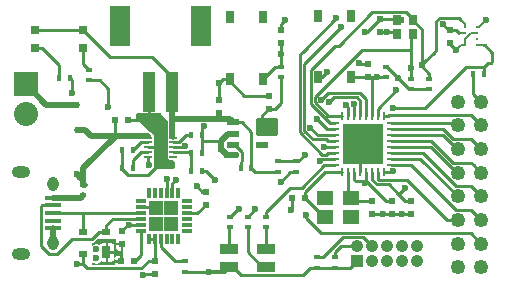
<source format=gbr>
G04 #@! TF.FileFunction,Copper,L1,Top,Signal*
%FSLAX46Y46*%
G04 Gerber Fmt 4.6, Leading zero omitted, Abs format (unit mm)*
G04 Created by KiCad (PCBNEW 0.201512021501+6340~38~ubuntu15.10.1-stable) date Sun 06 Dec 2015 12:21:56 AM EST*
%MOMM*%
G01*
G04 APERTURE LIST*
%ADD10C,0.100000*%
%ADD11R,1.500000X0.900000*%
%ADD12R,0.250000X0.700000*%
%ADD13R,0.700000X0.250000*%
%ADD14R,1.725000X1.725000*%
%ADD15R,0.500000X0.600000*%
%ADD16C,1.250000*%
%ADD17R,0.400000X0.600000*%
%ADD18R,0.700000X0.230000*%
%ADD19R,0.900000X1.500000*%
%ADD20R,0.600000X0.500000*%
%ADD21R,0.450000X0.590000*%
%ADD22R,0.797560X0.797560*%
%ADD23R,1.000000X0.600000*%
%ADD24R,0.700000X1.000000*%
%ADD25R,0.700000X0.600000*%
%ADD26R,0.850000X0.300000*%
%ADD27R,0.300000X0.850000*%
%ADD28R,1.300000X1.300000*%
%ADD29C,0.263000*%
%ADD30R,1.050000X1.050000*%
%ADD31C,1.050000*%
%ADD32R,0.600000X0.400000*%
%ADD33R,0.700000X0.850000*%
%ADD34R,0.950000X0.550000*%
%ADD35R,2.032000X2.032000*%
%ADD36O,2.032000X2.032000*%
%ADD37R,1.000000X3.500000*%
%ADD38R,1.700000X3.400000*%
%ADD39R,1.350000X0.400000*%
%ADD40O,0.950000X1.250000*%
%ADD41O,1.550000X1.000000*%
%ADD42R,0.650000X1.050000*%
%ADD43R,1.400000X1.200000*%
%ADD44C,0.600000*%
%ADD45C,0.500000*%
%ADD46C,0.250000*%
%ADD47C,0.152400*%
%ADD48C,0.350000*%
%ADD49C,0.254000*%
%ADD50C,0.125000*%
G04 APERTURE END LIST*
D10*
D11*
X146024000Y-108597000D03*
X146024000Y-110097000D03*
X149124000Y-110097000D03*
X149124000Y-108597000D03*
D12*
X159103000Y-97295000D03*
X158603000Y-97295000D03*
X158103000Y-97295000D03*
X157603000Y-97295000D03*
X157103000Y-97295000D03*
X156603000Y-97295000D03*
X156103000Y-97295000D03*
X155603000Y-97295000D03*
D13*
X154953000Y-97945000D03*
X154953000Y-98445000D03*
X154953000Y-98945000D03*
X154953000Y-99445000D03*
X154953000Y-99945000D03*
X154953000Y-100445000D03*
X154953000Y-100945000D03*
X154953000Y-101445000D03*
D12*
X155603000Y-102095000D03*
X156103000Y-102095000D03*
X156603000Y-102095000D03*
X157103000Y-102095000D03*
X157603000Y-102095000D03*
X158103000Y-102095000D03*
X158603000Y-102095000D03*
X159103000Y-102095000D03*
D13*
X159753000Y-101445000D03*
X159753000Y-100945000D03*
X159753000Y-100445000D03*
X159753000Y-99945000D03*
X159753000Y-99445000D03*
X159753000Y-98945000D03*
X159753000Y-98445000D03*
X159753000Y-97945000D03*
D14*
X156490500Y-100557500D03*
X158215500Y-100557500D03*
X156490500Y-98832500D03*
X158215500Y-98832500D03*
D15*
X158115000Y-105579000D03*
X158115000Y-104479000D03*
D16*
X167354000Y-110108000D03*
X165354000Y-110108000D03*
X167354000Y-108108000D03*
X165354000Y-108108000D03*
X167354000Y-106108000D03*
X165354000Y-106108000D03*
X167354000Y-104108000D03*
X165354000Y-104108000D03*
X167354000Y-102108000D03*
X165354000Y-102108000D03*
X167354000Y-100108000D03*
X165354000Y-100108000D03*
X167354000Y-98108000D03*
X165354000Y-98108000D03*
X167354000Y-96108000D03*
X165354000Y-96108000D03*
D15*
X159766000Y-104479000D03*
X159766000Y-105579000D03*
D17*
X167582000Y-93726000D03*
X166682000Y-93726000D03*
X131630000Y-94107000D03*
X132530000Y-94107000D03*
D18*
X139158000Y-99149000D03*
X139158000Y-99549000D03*
X139158000Y-99949000D03*
X139158000Y-100349000D03*
X139158000Y-100749000D03*
X141258000Y-100749000D03*
X141258000Y-100349000D03*
X141258000Y-99949000D03*
X141258000Y-99549000D03*
X141258000Y-99149000D03*
D19*
X140208000Y-99949000D03*
D20*
X136356000Y-97663000D03*
X137456000Y-97663000D03*
D15*
X145161000Y-97070000D03*
X145161000Y-95970000D03*
X149352000Y-96689000D03*
X149352000Y-95589000D03*
X139700000Y-109559000D03*
X139700000Y-110659000D03*
X136906000Y-107019000D03*
X136906000Y-108119000D03*
D20*
X136864000Y-109601000D03*
X137964000Y-109601000D03*
D15*
X158750000Y-89112000D03*
X158750000Y-90212000D03*
X164719000Y-90001000D03*
X164719000Y-91101000D03*
X161417000Y-104479000D03*
X161417000Y-105579000D03*
D20*
X151342000Y-104267000D03*
X152442000Y-104267000D03*
D15*
X150368000Y-91101000D03*
X150368000Y-90001000D03*
D21*
X133096000Y-98464000D03*
X133096000Y-96354000D03*
D22*
X129540000Y-90043000D03*
X129540000Y-91541600D03*
X133604000Y-90043000D03*
X133604000Y-91541600D03*
D23*
X146374000Y-97856000D03*
X146374000Y-98806000D03*
X146374000Y-99756000D03*
X148774000Y-99756000D03*
X148774000Y-97856000D03*
D24*
X135620000Y-108827000D03*
D25*
X135620000Y-107127000D03*
X133620000Y-107127000D03*
X133620000Y-109027000D03*
D26*
X138512000Y-104541000D03*
X138512000Y-105041000D03*
X138512000Y-105541000D03*
X138512000Y-106041000D03*
X138512000Y-106541000D03*
X138512000Y-107041000D03*
D27*
X139212000Y-107741000D03*
X139712000Y-107741000D03*
X140212000Y-107741000D03*
X140712000Y-107741000D03*
X141212000Y-107741000D03*
X141712000Y-107741000D03*
D26*
X142412000Y-107041000D03*
X142412000Y-106541000D03*
X142412000Y-106041000D03*
X142412000Y-105541000D03*
X142412000Y-105041000D03*
X142412000Y-104541000D03*
D27*
X141712000Y-103841000D03*
X141212000Y-103841000D03*
X140712000Y-103841000D03*
X140212000Y-103841000D03*
X139712000Y-103841000D03*
X139212000Y-103841000D03*
D28*
X141112000Y-106441000D03*
X141112000Y-105141000D03*
X139812000Y-106441000D03*
X139812000Y-105141000D03*
D29*
X165997000Y-89797000D03*
X166997000Y-89797000D03*
X165997000Y-90297000D03*
X166997000Y-90297000D03*
X165997000Y-90797000D03*
X166997000Y-90797000D03*
X165997000Y-91297000D03*
X166997000Y-91297000D03*
D30*
X156845000Y-109601000D03*
D31*
X158115000Y-109601000D03*
X159385000Y-109601000D03*
X160655000Y-109601000D03*
X161925000Y-109601000D03*
X158115000Y-108331000D03*
X159385000Y-108331000D03*
X160655000Y-108331000D03*
X161925000Y-108331000D03*
X156845000Y-108331000D03*
D17*
X137864000Y-100203000D03*
X136964000Y-100203000D03*
X137864000Y-101727000D03*
X136964000Y-101727000D03*
X142806000Y-100457000D03*
X143706000Y-100457000D03*
X143706000Y-98933000D03*
X142806000Y-98933000D03*
X143706000Y-101981000D03*
X142806000Y-101981000D03*
D32*
X134112000Y-93403000D03*
X134112000Y-94303000D03*
D17*
X146997000Y-101727000D03*
X147897000Y-101727000D03*
D32*
X142240000Y-110501000D03*
X142240000Y-109601000D03*
X146050000Y-105849000D03*
X146050000Y-106749000D03*
X149098000Y-105849000D03*
X149098000Y-106749000D03*
X147574000Y-105849000D03*
X147574000Y-106749000D03*
X150114000Y-102050000D03*
X150114000Y-101150000D03*
X151638000Y-101150000D03*
X151638000Y-102050000D03*
X154940000Y-110178000D03*
X154940000Y-109278000D03*
X153416000Y-110178000D03*
X153416000Y-109278000D03*
X159258000Y-93149000D03*
X159258000Y-94049000D03*
X162941000Y-95065000D03*
X162941000Y-94165000D03*
X161417000Y-95065000D03*
X161417000Y-94165000D03*
X150368000Y-94049000D03*
X150368000Y-93149000D03*
D33*
X160234000Y-89189000D03*
D34*
X160359000Y-89189000D03*
D33*
X160234000Y-90389000D03*
X161584000Y-90389000D03*
X161584000Y-89189000D03*
D32*
X133662000Y-103113000D03*
X133662000Y-104013000D03*
D35*
X128778000Y-94615000D03*
D36*
X128778000Y-97155000D03*
D37*
X141192000Y-95261000D03*
X139192000Y-95261000D03*
D38*
X143642000Y-89711000D03*
X136742000Y-89711000D03*
D39*
X131102540Y-104236100D03*
X131102540Y-104886100D03*
X131102540Y-105536100D03*
X131102540Y-106186100D03*
X131102540Y-106836100D03*
D40*
X131102540Y-103036100D03*
X131102540Y-108036100D03*
D41*
X128402540Y-102036100D03*
X128402540Y-109036100D03*
D15*
X144018000Y-104817000D03*
X144018000Y-103717000D03*
D42*
X148847000Y-88967000D03*
X148847000Y-94167000D03*
X146047000Y-88967000D03*
X146047000Y-94167000D03*
X156340000Y-88840000D03*
X156340000Y-94040000D03*
X153540000Y-88840000D03*
X153540000Y-94040000D03*
D43*
X154094000Y-105829000D03*
X156294000Y-105829000D03*
X154094000Y-104229000D03*
X156294000Y-104229000D03*
D15*
X157734000Y-94022000D03*
X157734000Y-92922000D03*
D44*
X134747000Y-108585000D03*
X134747000Y-109347000D03*
X133096000Y-102235000D03*
X133096000Y-109855000D03*
X165227000Y-91694000D03*
X160655000Y-105579000D03*
X159004000Y-105579000D03*
X156319990Y-100058990D03*
X158640010Y-100460904D03*
X158640010Y-98832500D03*
X156319990Y-98832500D03*
X150368000Y-102870000D03*
X151257000Y-105283000D03*
X138684000Y-110744000D03*
X150749000Y-89154000D03*
X154305000Y-93599000D03*
X156972000Y-92837000D03*
X159385000Y-90212000D03*
X143891000Y-98186010D03*
X146558000Y-100584000D03*
X145796000Y-100584000D03*
X145288000Y-100076000D03*
X145161000Y-94478000D03*
X138430000Y-97536000D03*
X139192000Y-97536000D03*
X140081000Y-101346000D03*
X140843000Y-101346000D03*
X141112000Y-106441000D03*
X139812000Y-106441000D03*
X139812000Y-105141000D03*
X141112000Y-105141000D03*
X143256000Y-103251000D03*
X148717000Y-98552000D03*
X149479000Y-98552000D03*
X149733000Y-97917000D03*
X144780000Y-102743000D03*
X160316000Y-94107000D03*
X157480000Y-102997000D03*
X144272000Y-110490000D03*
X137541000Y-106566010D03*
X157480000Y-90170000D03*
X155448000Y-89789000D03*
X164084000Y-89535000D03*
X155067000Y-89027000D03*
X150368000Y-92075000D03*
X160147000Y-95123000D03*
X159893000Y-96647000D03*
X154051000Y-99949000D03*
X167767000Y-89154000D03*
X161417000Y-93218000D03*
X146812000Y-105156000D03*
X154457459Y-96147940D03*
X148209000Y-105156000D03*
X152884257Y-98298000D03*
X155904592Y-96403281D03*
X156591000Y-96266000D03*
X158496000Y-93980000D03*
X162306000Y-92964000D03*
X153797000Y-95915999D03*
X141478000Y-102743000D03*
X140716000Y-102616000D03*
X159893000Y-101981000D03*
X153409267Y-97542733D03*
X153670000Y-101109010D03*
X152527000Y-105664000D03*
X132715000Y-95377000D03*
X139192000Y-101473000D03*
X142240000Y-99822000D03*
X135763000Y-96520000D03*
X160909000Y-103378000D03*
X152400000Y-100584000D03*
D45*
X133662000Y-102413000D02*
X133662000Y-101719999D01*
X133662000Y-101719999D02*
X136398000Y-98983999D01*
X134340999Y-98983999D02*
X136398000Y-98983999D01*
D46*
X136356000Y-98941999D02*
X136398000Y-98983999D01*
D45*
X136398000Y-98983999D02*
X137091001Y-98983999D01*
D46*
X136356000Y-97663000D02*
X136356000Y-98941999D01*
D45*
X133662000Y-102413000D02*
X133540001Y-102534999D01*
X133395999Y-102534999D02*
X133096000Y-102235000D01*
X133540001Y-102534999D02*
X133395999Y-102534999D01*
X133096000Y-98464000D02*
X133821000Y-98464000D01*
X133821000Y-98464000D02*
X134340999Y-98983999D01*
X133662000Y-103113000D02*
X133662000Y-102413000D01*
X137091001Y-98983999D02*
X138447999Y-98983999D01*
X138447999Y-98983999D02*
X139158000Y-98983999D01*
D46*
X139113999Y-99108999D02*
X139158000Y-99108999D01*
D45*
X133662000Y-103113000D02*
X133762000Y-103113000D01*
D46*
X139700000Y-109559000D02*
X139700000Y-107753000D01*
X139700000Y-107753000D02*
X139712000Y-107741000D01*
X133620000Y-109839000D02*
X133957001Y-110176001D01*
X133957001Y-110176001D02*
X138582999Y-110176001D01*
X139200000Y-109559000D02*
X139700000Y-109559000D01*
X138582999Y-110176001D02*
X139200000Y-109559000D01*
X139212000Y-107741000D02*
X139712000Y-107741000D01*
X133604000Y-109855000D02*
X133096000Y-109855000D01*
X133620000Y-109027000D02*
X133620000Y-109839000D01*
X133620000Y-109839000D02*
X133604000Y-109855000D01*
D47*
X165997000Y-91297000D02*
X165624000Y-91297000D01*
X165624000Y-91297000D02*
X165227000Y-91694000D01*
X165997000Y-90797000D02*
X165997000Y-91297000D01*
X166997000Y-90297000D02*
X166497000Y-90297000D01*
X166497000Y-90297000D02*
X165997000Y-90797000D01*
D46*
X164719000Y-91101000D02*
X164719000Y-91186000D01*
X164719000Y-91186000D02*
X165227000Y-91694000D01*
X160655000Y-105579000D02*
X159766000Y-105579000D01*
X161417000Y-105579000D02*
X160655000Y-105579000D01*
X159004000Y-105579000D02*
X159766000Y-105579000D01*
X158115000Y-105579000D02*
X159004000Y-105579000D01*
X156490500Y-100557500D02*
X156490500Y-100229500D01*
X156490500Y-100229500D02*
X156319990Y-100058990D01*
X157103000Y-101170000D02*
X156490500Y-100557500D01*
X158543414Y-100557500D02*
X158640010Y-100460904D01*
X158215500Y-98832500D02*
X158640010Y-98832500D01*
X156490500Y-98832500D02*
X156319990Y-98832500D01*
X158215500Y-100557500D02*
X158543414Y-100557500D01*
X151638000Y-102050000D02*
X151188000Y-102050000D01*
X151188000Y-102050000D02*
X150368000Y-102870000D01*
X151342000Y-104267000D02*
X151342000Y-105198000D01*
X151342000Y-105198000D02*
X151257000Y-105283000D01*
X139700000Y-110659000D02*
X138769000Y-110659000D01*
X138769000Y-110659000D02*
X138684000Y-110744000D01*
D45*
X131102540Y-106836100D02*
X131102540Y-108036100D01*
D46*
X136964000Y-101727000D02*
X136964000Y-101827000D01*
X136964000Y-101827000D02*
X137414000Y-102277000D01*
X137414000Y-102277000D02*
X139150000Y-102277000D01*
X139150000Y-102277000D02*
X139781001Y-101645999D01*
X139781001Y-101645999D02*
X140081000Y-101346000D01*
X136964000Y-100203000D02*
X136964000Y-101727000D01*
X139158000Y-99949000D02*
X140208000Y-99949000D01*
X150368000Y-90001000D02*
X150368000Y-89535000D01*
X150368000Y-89535000D02*
X150749000Y-89154000D01*
X153540000Y-94040000D02*
X153864000Y-94040000D01*
X153864000Y-94040000D02*
X154305000Y-93599000D01*
X157734000Y-92922000D02*
X157057000Y-92922000D01*
X157057000Y-92922000D02*
X156972000Y-92837000D01*
X159385000Y-90212000D02*
X160057000Y-90212000D01*
X158750000Y-90212000D02*
X159385000Y-90212000D01*
X160057000Y-90212000D02*
X160234000Y-90389000D01*
X143706000Y-98933000D02*
X143706000Y-98371010D01*
X143706000Y-98371010D02*
X143891000Y-98186010D01*
X143706000Y-98933000D02*
X143706000Y-99441000D01*
X143706000Y-99441000D02*
X143706000Y-100457000D01*
X145288000Y-99411998D02*
X145258998Y-99441000D01*
X145258998Y-99441000D02*
X143706000Y-99441000D01*
D45*
X145796000Y-100584000D02*
X146558000Y-100584000D01*
X145288000Y-100076000D02*
X145796000Y-100584000D01*
X146374000Y-98806000D02*
X145893998Y-98806000D01*
X145893998Y-98806000D02*
X145288000Y-99411998D01*
X145288000Y-99411998D02*
X145288000Y-100076000D01*
D46*
X149352000Y-95589000D02*
X147269000Y-95589000D01*
X147269000Y-95589000D02*
X146047000Y-94367000D01*
X146047000Y-94367000D02*
X146047000Y-94167000D01*
X145161000Y-95970000D02*
X145161000Y-94478000D01*
X145161000Y-94478000D02*
X145472000Y-94167000D01*
X145472000Y-94167000D02*
X146047000Y-94167000D01*
X137456000Y-97663000D02*
X138303000Y-97663000D01*
X138303000Y-97663000D02*
X138430000Y-97536000D01*
X139192000Y-95261000D02*
X139192000Y-97536000D01*
X139192000Y-97536000D02*
X138430000Y-97536000D01*
X140208000Y-99949000D02*
X140208000Y-98552000D01*
X140208000Y-98552000D02*
X139192000Y-97536000D01*
X140843000Y-101346000D02*
X140081000Y-101346000D01*
X140208000Y-99949000D02*
X140208000Y-100711000D01*
X140208000Y-100711000D02*
X140843000Y-101346000D01*
X144018000Y-103717000D02*
X143722000Y-103717000D01*
X143722000Y-103717000D02*
X143256000Y-103251000D01*
X138512000Y-105041000D02*
X139712000Y-105041000D01*
X139712000Y-105041000D02*
X139812000Y-105141000D01*
X157103000Y-102095000D02*
X157103000Y-101170000D01*
D45*
X141192000Y-97536000D02*
X145161000Y-97536000D01*
X145161000Y-97536000D02*
X146054000Y-97536000D01*
X145161000Y-97070000D02*
X145161000Y-97536000D01*
X146054000Y-97536000D02*
X146374000Y-97856000D01*
D46*
X147897000Y-101727000D02*
X147897000Y-98629000D01*
X147897000Y-98629000D02*
X147124000Y-97856000D01*
X147124000Y-97856000D02*
X146374000Y-97856000D01*
X150114000Y-102050000D02*
X148220000Y-102050000D01*
X148220000Y-102050000D02*
X147897000Y-101727000D01*
D45*
X141192000Y-95261000D02*
X141192000Y-97536000D01*
X141192000Y-97536000D02*
X141192000Y-99017999D01*
D46*
X141192000Y-99017999D02*
X141192000Y-99083000D01*
X141192000Y-99083000D02*
X141258000Y-99149000D01*
X133604000Y-90043000D02*
X135890000Y-92329000D01*
X135890000Y-92329000D02*
X139510000Y-92329000D01*
X139510000Y-92329000D02*
X141192000Y-94011000D01*
X141192000Y-94011000D02*
X141192000Y-95261000D01*
X129540000Y-90043000D02*
X133604000Y-90043000D01*
X149479000Y-98552000D02*
X148717000Y-98552000D01*
X149733000Y-97917000D02*
X149733000Y-98298000D01*
X149733000Y-98298000D02*
X149479000Y-98552000D01*
X148774000Y-97856000D02*
X149672000Y-97856000D01*
X149672000Y-97856000D02*
X149733000Y-97917000D01*
X143706000Y-101981000D02*
X144018000Y-101981000D01*
X144018000Y-101981000D02*
X144780000Y-102743000D01*
X150368000Y-94049000D02*
X150368000Y-96173000D01*
X150368000Y-96173000D02*
X149852000Y-96689000D01*
X149852000Y-96689000D02*
X149352000Y-96689000D01*
X160316000Y-94107000D02*
X161274000Y-95065000D01*
X159358000Y-93149000D02*
X160316000Y-94107000D01*
X161417000Y-95065000D02*
X162941000Y-95065000D01*
X159258000Y-93149000D02*
X159358000Y-93149000D01*
X161274000Y-95065000D02*
X161417000Y-95065000D01*
X166682000Y-93726000D02*
X166682000Y-95436000D01*
X166682000Y-95436000D02*
X167354000Y-96108000D01*
X157353000Y-102816000D02*
X156724000Y-102816000D01*
X157603000Y-102816000D02*
X157353000Y-102816000D01*
X157353000Y-102816000D02*
X157353000Y-102870000D01*
X157353000Y-102870000D02*
X157480000Y-102997000D01*
X148774000Y-97856000D02*
X148774000Y-97267000D01*
X148774000Y-97267000D02*
X149352000Y-96689000D01*
D48*
X144272000Y-110490000D02*
X145631000Y-110490000D01*
X145631000Y-110490000D02*
X146024000Y-110097000D01*
D46*
X142790000Y-110501000D02*
X144261000Y-110501000D01*
X144261000Y-110501000D02*
X144272000Y-110490000D01*
X142240000Y-110501000D02*
X142790000Y-110501000D01*
X142790000Y-110501000D02*
X142801000Y-110490000D01*
X137541000Y-106541000D02*
X137384000Y-106541000D01*
X138512000Y-106541000D02*
X137541000Y-106541000D01*
X137541000Y-106541000D02*
X137541000Y-106566010D01*
X137384000Y-106541000D02*
X136906000Y-107019000D01*
X146024000Y-110097000D02*
X146324000Y-110097000D01*
X146324000Y-110097000D02*
X146999001Y-110772001D01*
X146999001Y-110772001D02*
X152271999Y-110772001D01*
X152271999Y-110772001D02*
X152866000Y-110178000D01*
X152866000Y-110178000D02*
X153416000Y-110178000D01*
X154940000Y-110178000D02*
X156268000Y-110178000D01*
X156268000Y-110178000D02*
X156845000Y-109601000D01*
X153416000Y-110178000D02*
X154940000Y-110178000D01*
X156724000Y-102816000D02*
X156603000Y-102695000D01*
X156603000Y-102695000D02*
X156603000Y-102095000D01*
X159766000Y-104479000D02*
X159266000Y-104479000D01*
X159266000Y-104479000D02*
X157603000Y-102816000D01*
X157603000Y-102816000D02*
X157603000Y-102695000D01*
X157603000Y-102695000D02*
X157603000Y-102095000D01*
X154953000Y-99445000D02*
X154353000Y-99445000D01*
X154353000Y-99445000D02*
X154203010Y-99295010D01*
X154203010Y-99295010D02*
X153104265Y-99295010D01*
X153104265Y-99295010D02*
X152359256Y-98550001D01*
X152359256Y-98550001D02*
X152359256Y-92877744D01*
X152359256Y-92877744D02*
X155148001Y-90088999D01*
X155148001Y-90088999D02*
X155448000Y-89789000D01*
X157480000Y-90170000D02*
X157692000Y-90170000D01*
X157692000Y-90170000D02*
X158750000Y-89112000D01*
X152571979Y-92665021D02*
X155448000Y-89789000D01*
X158750000Y-89112000D02*
X160282000Y-89112000D01*
X160282000Y-89112000D02*
X160359000Y-89189000D01*
D47*
X165997000Y-90297000D02*
X165515000Y-90297000D01*
X165515000Y-90297000D02*
X165481000Y-90263000D01*
D46*
X164719000Y-90001000D02*
X165219000Y-90001000D01*
X165219000Y-90001000D02*
X165481000Y-90263000D01*
X154953000Y-100445000D02*
X154353000Y-100445000D01*
X152009246Y-98694979D02*
X152009246Y-92084754D01*
X154353000Y-100445000D02*
X154203001Y-100594999D01*
X154203001Y-100594999D02*
X153909266Y-100594999D01*
X152009246Y-92084754D02*
X152221969Y-91872031D01*
X153909266Y-100594999D02*
X152009246Y-98694979D01*
X164719000Y-90001000D02*
X164550000Y-90001000D01*
X164550000Y-90001000D02*
X164084000Y-89535000D01*
X152221969Y-91872031D02*
X155067000Y-89027000D01*
X150368000Y-93149000D02*
X149865000Y-93149000D01*
X149865000Y-93149000D02*
X148847000Y-94167000D01*
X150368000Y-92075000D02*
X150368000Y-93149000D01*
X150368000Y-92075000D02*
X150368000Y-91101000D01*
X158603000Y-97295000D02*
X158603000Y-96695000D01*
X158603000Y-96695000D02*
X160147000Y-95151000D01*
X160147000Y-95151000D02*
X160147000Y-95123000D01*
D45*
X133096000Y-96354000D02*
X130517000Y-96354000D01*
X130517000Y-96354000D02*
X128778000Y-94615000D01*
D47*
X167513000Y-91313000D02*
X167497000Y-91297000D01*
X167497000Y-91297000D02*
X166997000Y-91297000D01*
D46*
X159893000Y-96647000D02*
X162560000Y-96647000D01*
X166031000Y-93176000D02*
X167582000Y-93176000D01*
X162560000Y-96647000D02*
X166031000Y-93176000D01*
X154953000Y-99945000D02*
X154055000Y-99945000D01*
X154055000Y-99945000D02*
X154051000Y-99949000D01*
X167640000Y-91313000D02*
X167513000Y-91313000D01*
X168275000Y-91948000D02*
X167640000Y-91313000D01*
X168275000Y-92710000D02*
X168275000Y-91948000D01*
X168148000Y-92837000D02*
X168275000Y-92710000D01*
X167921000Y-92837000D02*
X168148000Y-92837000D01*
X167582000Y-93726000D02*
X167582000Y-93176000D01*
X167582000Y-93176000D02*
X167921000Y-92837000D01*
D47*
X166997000Y-89797000D02*
X167124000Y-89797000D01*
X167124000Y-89797000D02*
X167767000Y-89154000D01*
D46*
X161417000Y-94165000D02*
X161417000Y-92837000D01*
X161417000Y-92837000D02*
X161417000Y-91694000D01*
X161417000Y-91694000D02*
X161417000Y-90556000D01*
X155603000Y-97295000D02*
X154398999Y-97295000D01*
X154398999Y-97295000D02*
X153271999Y-96168000D01*
X153271999Y-96168000D02*
X153271999Y-95663998D01*
X153271999Y-95663998D02*
X157241997Y-91694000D01*
X157241997Y-91694000D02*
X161417000Y-91694000D01*
X161417000Y-90556000D02*
X161584000Y-90389000D01*
X146812000Y-105156000D02*
X146743000Y-105156000D01*
X146743000Y-105156000D02*
X146050000Y-105849000D01*
X157103000Y-97295000D02*
X157103000Y-96695000D01*
X157103000Y-96695000D02*
X157116001Y-96681999D01*
X157116001Y-96681999D02*
X157116001Y-96013999D01*
X157116001Y-96013999D02*
X156843001Y-95740999D01*
X156843001Y-95740999D02*
X154864400Y-95740999D01*
X154864400Y-95740999D02*
X154457459Y-96147940D01*
X154953000Y-101445000D02*
X154079000Y-101445000D01*
X154079000Y-101445000D02*
X152146000Y-103378000D01*
X152146000Y-103378000D02*
X151119000Y-103378000D01*
X151119000Y-103378000D02*
X149098000Y-105399000D01*
X149098000Y-105399000D02*
X149098000Y-105849000D01*
X148209000Y-105156000D02*
X148209000Y-105214000D01*
X148209000Y-105214000D02*
X147574000Y-105849000D01*
X154953000Y-98945000D02*
X153531257Y-98945000D01*
X153531257Y-98945000D02*
X152884257Y-98298000D01*
X155904592Y-96403281D02*
X156103000Y-96601689D01*
X156103000Y-96601689D02*
X156103000Y-97295000D01*
X156845000Y-108331000D02*
X155437000Y-108331000D01*
X155437000Y-108331000D02*
X154940000Y-108828000D01*
X154940000Y-108828000D02*
X154940000Y-109278000D01*
X156603000Y-97295000D02*
X156603000Y-96278000D01*
X156603000Y-96278000D02*
X156591000Y-96266000D01*
X158115000Y-108331000D02*
X157364999Y-107580999D01*
X157364999Y-107580999D02*
X155663001Y-107580999D01*
X155663001Y-107580999D02*
X153966000Y-109278000D01*
X153966000Y-109278000D02*
X153416000Y-109278000D01*
X158103000Y-94034000D02*
X158442000Y-94034000D01*
X158442000Y-94034000D02*
X158496000Y-93980000D01*
X158103000Y-97295000D02*
X158103000Y-96266000D01*
X158103000Y-96266000D02*
X158103000Y-94034000D01*
X157734000Y-94022000D02*
X156358000Y-94022000D01*
X156358000Y-94022000D02*
X156340000Y-94040000D01*
X157734000Y-94022000D02*
X158115000Y-94022000D01*
X158115000Y-94022000D02*
X159231000Y-94022000D01*
X158103000Y-94034000D02*
X158115000Y-94022000D01*
X159231000Y-94022000D02*
X159258000Y-94049000D01*
D47*
X165997000Y-89797000D02*
X165997000Y-89543000D01*
X165997000Y-89543000D02*
X165608000Y-89154000D01*
D46*
X165463999Y-89009999D02*
X165608000Y-89154000D01*
X163322000Y-91948000D02*
X163558999Y-91711001D01*
X163558999Y-91711001D02*
X163558999Y-89282999D01*
X163558999Y-89282999D02*
X163831999Y-89009999D01*
X163831999Y-89009999D02*
X165463999Y-89009999D01*
X162605999Y-92664001D02*
X163322000Y-91948000D01*
X162306000Y-92964000D02*
X162605999Y-92664001D01*
X162306000Y-93080000D02*
X162306000Y-92311990D01*
X162306000Y-92311990D02*
X162306000Y-89986000D01*
X155290010Y-91343990D02*
X158120000Y-88514000D01*
X158120000Y-88514000D02*
X160984000Y-88514000D01*
X160984000Y-88514000D02*
X161584000Y-89114000D01*
X161584000Y-89114000D02*
X161584000Y-89189000D01*
X154953000Y-97945000D02*
X154554011Y-97945000D01*
X154554011Y-97945000D02*
X152921989Y-96312978D01*
X152921989Y-96312978D02*
X152921989Y-93403009D01*
X152921989Y-93403009D02*
X154981008Y-91343990D01*
X154981008Y-91343990D02*
X155290010Y-91343990D01*
X162306000Y-89986000D02*
X161584000Y-89264000D01*
X161584000Y-89264000D02*
X161584000Y-89189000D01*
X162941000Y-94165000D02*
X162941000Y-93715000D01*
X162941000Y-93715000D02*
X162306000Y-93080000D01*
X157099000Y-95377000D02*
X154335999Y-95377000D01*
X154335999Y-95377000D02*
X153797000Y-95915999D01*
X157577990Y-95855990D02*
X157099000Y-95377000D01*
X157577990Y-96266000D02*
X157577990Y-95855990D01*
X157577990Y-96266000D02*
X157577990Y-97269990D01*
X157577990Y-97269990D02*
X157603000Y-97295000D01*
X141212000Y-103841000D02*
X141212000Y-103009000D01*
X141212000Y-103009000D02*
X141478000Y-102743000D01*
X140716000Y-102616000D02*
X140716000Y-103837000D01*
X140716000Y-103837000D02*
X140712000Y-103841000D01*
X159103000Y-102095000D02*
X159779000Y-102095000D01*
X159779000Y-102095000D02*
X159893000Y-101981000D01*
X159103000Y-97295000D02*
X159478000Y-97295000D01*
X166503999Y-97257999D02*
X166729001Y-97483001D01*
X159478000Y-97295000D02*
X159515001Y-97257999D01*
X159515001Y-97257999D02*
X166503999Y-97257999D01*
X166729001Y-97483001D02*
X167354000Y-98108000D01*
X154953000Y-98445000D02*
X154311534Y-98445000D01*
X154311534Y-98445000D02*
X153409267Y-97542733D01*
X153670000Y-101109010D02*
X153834010Y-100945000D01*
X153834010Y-100945000D02*
X154953000Y-100945000D01*
X167354000Y-108108000D02*
X166476989Y-107230989D01*
X166476989Y-107230989D02*
X153790987Y-107230989D01*
X153790987Y-107230989D02*
X152527000Y-105967002D01*
X152527000Y-105967002D02*
X152527000Y-105664000D01*
X161105117Y-102743000D02*
X158651000Y-102743000D01*
X158651000Y-102743000D02*
X158603000Y-102695000D01*
X158603000Y-102695000D02*
X158603000Y-102095000D01*
X165354000Y-106108000D02*
X164470117Y-106108000D01*
X164470117Y-106108000D02*
X161105117Y-102743000D01*
X159753000Y-101445000D02*
X161432998Y-101445000D01*
X161432998Y-101445000D02*
X165245997Y-105257999D01*
X166729001Y-105483001D02*
X167354000Y-106108000D01*
X165245997Y-105257999D02*
X166503999Y-105257999D01*
X166503999Y-105257999D02*
X166729001Y-105483001D01*
X159753000Y-100945000D02*
X162191000Y-100945000D01*
X162191000Y-100945000D02*
X165354000Y-104108000D01*
X159753000Y-100445000D02*
X162432998Y-100445000D01*
X162432998Y-100445000D02*
X165245997Y-103257999D01*
X165245997Y-103257999D02*
X166503999Y-103257999D01*
X166503999Y-103257999D02*
X166729001Y-103483001D01*
X166729001Y-103483001D02*
X167354000Y-104108000D01*
X159753000Y-99945000D02*
X163138012Y-99945000D01*
X163138012Y-99945000D02*
X165301012Y-102108000D01*
X165301012Y-102108000D02*
X165354000Y-102108000D01*
X159753000Y-99445000D02*
X163133000Y-99445000D01*
X163133000Y-99445000D02*
X164945999Y-101257999D01*
X164945999Y-101257999D02*
X166503999Y-101257999D01*
X166503999Y-101257999D02*
X166729001Y-101483001D01*
X166729001Y-101483001D02*
X167354000Y-102108000D01*
X159753000Y-98945000D02*
X164138012Y-98945000D01*
X164138012Y-98945000D02*
X165301012Y-100108000D01*
X165301012Y-100108000D02*
X165354000Y-100108000D01*
X159753000Y-98445000D02*
X164133000Y-98445000D01*
X164133000Y-98445000D02*
X164945999Y-99257999D01*
X164945999Y-99257999D02*
X166503999Y-99257999D01*
X166503999Y-99257999D02*
X166729001Y-99483001D01*
X166729001Y-99483001D02*
X167354000Y-100108000D01*
X159753000Y-97945000D02*
X165191000Y-97945000D01*
X165191000Y-97945000D02*
X165354000Y-98108000D01*
X138512000Y-106041000D02*
X136156000Y-106041000D01*
X136156000Y-106041000D02*
X135620000Y-106577000D01*
X135620000Y-106577000D02*
X135620000Y-107127000D01*
X131102540Y-104886100D02*
X130177540Y-104886100D01*
X130177540Y-104886100D02*
X130102539Y-104961101D01*
X130102539Y-104961101D02*
X130102539Y-108317483D01*
X134394999Y-107752001D02*
X135020000Y-107127000D01*
X130102539Y-108317483D02*
X130771166Y-108986110D01*
X131433914Y-108986110D02*
X132668023Y-107752001D01*
X130771166Y-108986110D02*
X131433914Y-108986110D01*
X132668023Y-107752001D02*
X134394999Y-107752001D01*
X135020000Y-107127000D02*
X135620000Y-107127000D01*
X138512000Y-105541000D02*
X137837000Y-105541000D01*
X137837000Y-105541000D02*
X137832100Y-105536100D01*
X137832100Y-105536100D02*
X137491100Y-105536100D01*
X137491100Y-105536100D02*
X137496000Y-105541000D01*
X131102540Y-105536100D02*
X133604000Y-105536100D01*
X133604000Y-105536100D02*
X137491100Y-105536100D01*
X133620000Y-107127000D02*
X133620000Y-106577000D01*
X133620000Y-106577000D02*
X133604000Y-106561000D01*
X133604000Y-106561000D02*
X133604000Y-105536100D01*
X129540000Y-91541600D02*
X130188780Y-91541600D01*
X130188780Y-91541600D02*
X131630000Y-92982820D01*
X131630000Y-92982820D02*
X131630000Y-93557000D01*
X131630000Y-93557000D02*
X131630000Y-94107000D01*
X129614600Y-91541600D02*
X129540000Y-91541600D01*
X133604000Y-91541600D02*
X133604000Y-92895000D01*
X133604000Y-92895000D02*
X134112000Y-93403000D01*
X139158000Y-99549000D02*
X138518000Y-99549000D01*
X138518000Y-99549000D02*
X137864000Y-100203000D01*
X139158000Y-100349000D02*
X138558000Y-100349000D01*
X138558000Y-100349000D02*
X137864000Y-101043000D01*
X137864000Y-101043000D02*
X137864000Y-101177000D01*
X137864000Y-101177000D02*
X137864000Y-101727000D01*
X132715000Y-95377000D02*
X132715000Y-94292000D01*
X132715000Y-94292000D02*
X132530000Y-94107000D01*
X139158000Y-100749000D02*
X139158000Y-101439000D01*
X139158000Y-101439000D02*
X139192000Y-101473000D01*
X142806000Y-101981000D02*
X142806000Y-100457000D01*
X142806000Y-100457000D02*
X142698000Y-100349000D01*
X142698000Y-100349000D02*
X141258000Y-100349000D01*
X142240000Y-99822000D02*
X142113000Y-99949000D01*
X142113000Y-99949000D02*
X141258000Y-99949000D01*
X134112000Y-94303000D02*
X135051002Y-94303000D01*
X135051002Y-94303000D02*
X135763000Y-95014998D01*
X135763000Y-95014998D02*
X135763000Y-96520000D01*
X142806000Y-98933000D02*
X142356000Y-98933000D01*
X142356000Y-98933000D02*
X141740000Y-99549000D01*
X141740000Y-99549000D02*
X141258000Y-99549000D01*
X146997000Y-101727000D02*
X146997000Y-101177000D01*
X146997000Y-101177000D02*
X147083001Y-101090999D01*
X147083001Y-101090999D02*
X147083001Y-100331999D01*
X147083001Y-100331999D02*
X146507002Y-99756000D01*
X146507002Y-99756000D02*
X146374000Y-99756000D01*
X142412000Y-105541000D02*
X143294000Y-105541000D01*
X143294000Y-105541000D02*
X144018000Y-104817000D01*
X138512000Y-107041000D02*
X138512000Y-109053000D01*
X138014000Y-109601000D02*
X137964000Y-109601000D01*
X138512000Y-109053000D02*
X138514000Y-109055000D01*
X138514000Y-109055000D02*
X138514000Y-109101000D01*
X138514000Y-109101000D02*
X138014000Y-109601000D01*
X160324000Y-103886000D02*
X160401000Y-103886000D01*
X160401000Y-103886000D02*
X160909000Y-103378000D01*
X160917000Y-104479000D02*
X160324000Y-103886000D01*
X160324000Y-103886000D02*
X159531010Y-103093010D01*
X151638000Y-101150000D02*
X151834000Y-101150000D01*
X151834000Y-101150000D02*
X152400000Y-100584000D01*
X150114000Y-101150000D02*
X151638000Y-101150000D01*
X161417000Y-104479000D02*
X160917000Y-104479000D01*
X159531010Y-103093010D02*
X158501010Y-103093010D01*
X158501010Y-103093010D02*
X158103000Y-102695000D01*
X158103000Y-102695000D02*
X158103000Y-102095000D01*
X155603000Y-102095000D02*
X154114000Y-102095000D01*
X154114000Y-102095000D02*
X152442000Y-103767000D01*
X152442000Y-103767000D02*
X152442000Y-104267000D01*
X154094000Y-105829000D02*
X154004000Y-105829000D01*
X154004000Y-105829000D02*
X152442000Y-104267000D01*
X156294000Y-104229000D02*
X156103000Y-104038000D01*
X156103000Y-104038000D02*
X156103000Y-102095000D01*
X158115000Y-104479000D02*
X156544000Y-104479000D01*
X156544000Y-104479000D02*
X156294000Y-104229000D01*
X146024000Y-108597000D02*
X146024000Y-106775000D01*
X146024000Y-106775000D02*
X146050000Y-106749000D01*
X149124000Y-110097000D02*
X148824000Y-110097000D01*
X148824000Y-110097000D02*
X147574000Y-108847000D01*
X147574000Y-108847000D02*
X147574000Y-107199000D01*
X147574000Y-107199000D02*
X147574000Y-106749000D01*
X149124000Y-108597000D02*
X149124000Y-106775000D01*
X149124000Y-106775000D02*
X149098000Y-106749000D01*
D45*
X133662000Y-104013000D02*
X133438900Y-104236100D01*
X133438900Y-104236100D02*
X131102540Y-104236100D01*
D46*
X140212000Y-107741000D02*
X140212000Y-108416000D01*
X140212000Y-108416000D02*
X141397000Y-109601000D01*
X141397000Y-109601000D02*
X141690000Y-109601000D01*
X141690000Y-109601000D02*
X142240000Y-109601000D01*
X140208000Y-107745000D02*
X140212000Y-107741000D01*
D49*
G36*
X149987000Y-98806000D02*
X148336000Y-98806000D01*
X148336000Y-97536000D01*
X149987000Y-97536000D01*
X149987000Y-98806000D01*
X149987000Y-98806000D01*
G37*
X149987000Y-98806000D02*
X148336000Y-98806000D01*
X148336000Y-97536000D01*
X149987000Y-97536000D01*
X149987000Y-98806000D01*
D50*
G36*
X136343500Y-107978375D02*
X136421625Y-108056500D01*
X136843500Y-108056500D01*
X136843500Y-108036500D01*
X136968500Y-108036500D01*
X136968500Y-108056500D01*
X136970500Y-108056500D01*
X136970500Y-108181500D01*
X136968500Y-108181500D01*
X136968500Y-108653375D01*
X136970500Y-108655375D01*
X136970500Y-109072625D01*
X136926500Y-109116625D01*
X136926500Y-109538500D01*
X136946500Y-109538500D01*
X136946500Y-109663500D01*
X136926500Y-109663500D01*
X136926500Y-109683500D01*
X136801500Y-109683500D01*
X136801500Y-109663500D01*
X136329625Y-109663500D01*
X136251500Y-109741625D01*
X136251500Y-109863501D01*
X134428500Y-109863501D01*
X134428500Y-109717976D01*
X134470493Y-109760042D01*
X134649605Y-109834415D01*
X134843544Y-109834585D01*
X135022786Y-109760524D01*
X135160042Y-109623507D01*
X135161390Y-109620260D01*
X135207840Y-109639500D01*
X135479375Y-109639500D01*
X135557500Y-109561375D01*
X135557500Y-108889500D01*
X135682500Y-108889500D01*
X135682500Y-109561375D01*
X135760625Y-109639500D01*
X136032160Y-109639500D01*
X136147017Y-109591925D01*
X136234925Y-109504017D01*
X136252562Y-109461437D01*
X136329625Y-109538500D01*
X136801500Y-109538500D01*
X136801500Y-109116625D01*
X136723375Y-109038500D01*
X136501840Y-109038500D01*
X136386983Y-109086075D01*
X136299075Y-109173983D01*
X136282500Y-109213999D01*
X136282500Y-108967625D01*
X136204375Y-108889500D01*
X135682500Y-108889500D01*
X135557500Y-108889500D01*
X135537500Y-108889500D01*
X135537500Y-108764500D01*
X135557500Y-108764500D01*
X135557500Y-108092625D01*
X135682500Y-108092625D01*
X135682500Y-108764500D01*
X136204375Y-108764500D01*
X136282500Y-108686375D01*
X136282500Y-108264840D01*
X136280340Y-108259625D01*
X136343500Y-108259625D01*
X136343500Y-108481160D01*
X136391075Y-108596017D01*
X136478983Y-108683925D01*
X136593840Y-108731500D01*
X136765375Y-108731500D01*
X136843500Y-108653375D01*
X136843500Y-108181500D01*
X136421625Y-108181500D01*
X136343500Y-108259625D01*
X136280340Y-108259625D01*
X136234925Y-108149983D01*
X136147017Y-108062075D01*
X136032160Y-108014500D01*
X135760625Y-108014500D01*
X135682500Y-108092625D01*
X135557500Y-108092625D01*
X135479375Y-108014500D01*
X135207840Y-108014500D01*
X135092983Y-108062075D01*
X135005075Y-108149983D01*
X135000013Y-108162203D01*
X134844395Y-108097585D01*
X134650456Y-108097415D01*
X134471214Y-108171476D01*
X134428500Y-108214116D01*
X134428500Y-108057837D01*
X134514588Y-108040713D01*
X134615970Y-107972972D01*
X134830442Y-107758500D01*
X136343500Y-107758500D01*
X136343500Y-107978375D01*
X136343500Y-107978375D01*
G37*
X136343500Y-107978375D02*
X136421625Y-108056500D01*
X136843500Y-108056500D01*
X136843500Y-108036500D01*
X136968500Y-108036500D01*
X136968500Y-108056500D01*
X136970500Y-108056500D01*
X136970500Y-108181500D01*
X136968500Y-108181500D01*
X136968500Y-108653375D01*
X136970500Y-108655375D01*
X136970500Y-109072625D01*
X136926500Y-109116625D01*
X136926500Y-109538500D01*
X136946500Y-109538500D01*
X136946500Y-109663500D01*
X136926500Y-109663500D01*
X136926500Y-109683500D01*
X136801500Y-109683500D01*
X136801500Y-109663500D01*
X136329625Y-109663500D01*
X136251500Y-109741625D01*
X136251500Y-109863501D01*
X134428500Y-109863501D01*
X134428500Y-109717976D01*
X134470493Y-109760042D01*
X134649605Y-109834415D01*
X134843544Y-109834585D01*
X135022786Y-109760524D01*
X135160042Y-109623507D01*
X135161390Y-109620260D01*
X135207840Y-109639500D01*
X135479375Y-109639500D01*
X135557500Y-109561375D01*
X135557500Y-108889500D01*
X135682500Y-108889500D01*
X135682500Y-109561375D01*
X135760625Y-109639500D01*
X136032160Y-109639500D01*
X136147017Y-109591925D01*
X136234925Y-109504017D01*
X136252562Y-109461437D01*
X136329625Y-109538500D01*
X136801500Y-109538500D01*
X136801500Y-109116625D01*
X136723375Y-109038500D01*
X136501840Y-109038500D01*
X136386983Y-109086075D01*
X136299075Y-109173983D01*
X136282500Y-109213999D01*
X136282500Y-108967625D01*
X136204375Y-108889500D01*
X135682500Y-108889500D01*
X135557500Y-108889500D01*
X135537500Y-108889500D01*
X135537500Y-108764500D01*
X135557500Y-108764500D01*
X135557500Y-108092625D01*
X135682500Y-108092625D01*
X135682500Y-108764500D01*
X136204375Y-108764500D01*
X136282500Y-108686375D01*
X136282500Y-108264840D01*
X136280340Y-108259625D01*
X136343500Y-108259625D01*
X136343500Y-108481160D01*
X136391075Y-108596017D01*
X136478983Y-108683925D01*
X136593840Y-108731500D01*
X136765375Y-108731500D01*
X136843500Y-108653375D01*
X136843500Y-108181500D01*
X136421625Y-108181500D01*
X136343500Y-108259625D01*
X136280340Y-108259625D01*
X136234925Y-108149983D01*
X136147017Y-108062075D01*
X136032160Y-108014500D01*
X135760625Y-108014500D01*
X135682500Y-108092625D01*
X135557500Y-108092625D01*
X135479375Y-108014500D01*
X135207840Y-108014500D01*
X135092983Y-108062075D01*
X135005075Y-108149983D01*
X135000013Y-108162203D01*
X134844395Y-108097585D01*
X134650456Y-108097415D01*
X134471214Y-108171476D01*
X134428500Y-108214116D01*
X134428500Y-108057837D01*
X134514588Y-108040713D01*
X134615970Y-107972972D01*
X134830442Y-107758500D01*
X136343500Y-107758500D01*
X136343500Y-107978375D01*
D49*
G36*
X140690000Y-97816606D02*
X140690000Y-98906680D01*
X140671307Y-98934038D01*
X140651064Y-99034000D01*
X140651064Y-99264000D01*
X140667645Y-99352120D01*
X140651064Y-99434000D01*
X140651064Y-99664000D01*
X140667645Y-99752120D01*
X140651064Y-99834000D01*
X140651064Y-100064000D01*
X140667645Y-100152120D01*
X140651064Y-100234000D01*
X140651064Y-100464000D01*
X140667645Y-100552120D01*
X140651064Y-100634000D01*
X140651064Y-100864000D01*
X140668636Y-100957385D01*
X140723826Y-101043154D01*
X140808038Y-101100693D01*
X140908000Y-101120936D01*
X141124892Y-101120936D01*
X141224000Y-101170490D01*
X141224000Y-101600000D01*
X139736962Y-101600000D01*
X139743904Y-101583281D01*
X139744095Y-101363682D01*
X139700000Y-101256964D01*
X139700000Y-101029373D01*
X139744693Y-100963962D01*
X139764936Y-100864000D01*
X139764936Y-100634000D01*
X139748355Y-100545880D01*
X139764936Y-100464000D01*
X139764936Y-100234000D01*
X139747364Y-100140615D01*
X139700000Y-100067008D01*
X139700000Y-99829373D01*
X139744693Y-99763962D01*
X139764936Y-99664000D01*
X139764936Y-99434000D01*
X139748355Y-99345880D01*
X139764936Y-99264000D01*
X139764936Y-99034000D01*
X139747364Y-98940615D01*
X139692174Y-98854846D01*
X139627426Y-98810605D01*
X139625083Y-98808458D01*
X139621788Y-98791892D01*
X139512968Y-98629031D01*
X139350107Y-98520211D01*
X139299692Y-98510183D01*
X138176000Y-97480132D01*
X138176000Y-97155000D01*
X140028394Y-97155000D01*
X140690000Y-97816606D01*
X140690000Y-97816606D01*
G37*
X140690000Y-97816606D02*
X140690000Y-98906680D01*
X140671307Y-98934038D01*
X140651064Y-99034000D01*
X140651064Y-99264000D01*
X140667645Y-99352120D01*
X140651064Y-99434000D01*
X140651064Y-99664000D01*
X140667645Y-99752120D01*
X140651064Y-99834000D01*
X140651064Y-100064000D01*
X140667645Y-100152120D01*
X140651064Y-100234000D01*
X140651064Y-100464000D01*
X140667645Y-100552120D01*
X140651064Y-100634000D01*
X140651064Y-100864000D01*
X140668636Y-100957385D01*
X140723826Y-101043154D01*
X140808038Y-101100693D01*
X140908000Y-101120936D01*
X141124892Y-101120936D01*
X141224000Y-101170490D01*
X141224000Y-101600000D01*
X139736962Y-101600000D01*
X139743904Y-101583281D01*
X139744095Y-101363682D01*
X139700000Y-101256964D01*
X139700000Y-101029373D01*
X139744693Y-100963962D01*
X139764936Y-100864000D01*
X139764936Y-100634000D01*
X139748355Y-100545880D01*
X139764936Y-100464000D01*
X139764936Y-100234000D01*
X139747364Y-100140615D01*
X139700000Y-100067008D01*
X139700000Y-99829373D01*
X139744693Y-99763962D01*
X139764936Y-99664000D01*
X139764936Y-99434000D01*
X139748355Y-99345880D01*
X139764936Y-99264000D01*
X139764936Y-99034000D01*
X139747364Y-98940615D01*
X139692174Y-98854846D01*
X139627426Y-98810605D01*
X139625083Y-98808458D01*
X139621788Y-98791892D01*
X139512968Y-98629031D01*
X139350107Y-98520211D01*
X139299692Y-98510183D01*
X138176000Y-97480132D01*
X138176000Y-97155000D01*
X140028394Y-97155000D01*
X140690000Y-97816606D01*
M02*

</source>
